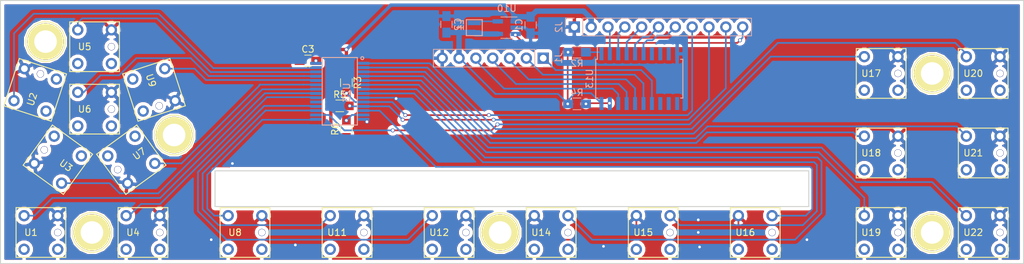
<source format=kicad_pcb>
(kicad_pcb (version 4) (host pcbnew 4.0.7+dfsg1-1)
  (layers (0 F.Cu signal) (31 B.Cu signal) (34 B.Paste user) (35 F.Paste user) (36 B.SilkS user) (37 F.SilkS user) (38 B.Mask user) (39 F.Mask user) (44 Edge.Cuts user))
  (net 0 "")
  (net 1 +5V)
  (net 2 GND)
  (net 3 +3V3)
  (net 4 "Net-(C3-Pad2)")
  (net 5 /CLK_3)
  (net 6 /DC_3)
  (net 7 /SS_3)
  (net 8 /RST_3)
  (net 9 /MOSI_3)
  (net 10 /OLED_CLK)
  (net 11 /OLED_DC)
  (net 12 /OLED_SS)
  (net 13 /OLEDRST)
  (net 14 /OLED_MOSI)
  (net 15 /GPIO_SCL)
  (net 16 /GPIO_SDA)
  (net 17 /GPIO_INT)
  (net 18 /3V3_EN)
  (net 19 "Net-(L1-Pad2)")
  (net 20 "Net-(R2-Pad2)")
  (net 21 "Net-(R4-Pad1)")
  (net 22 "Net-(R6-Pad2)")
  (net 23 "Net-(U1-Pad1)")
  (net 24 "Net-(U1-Pad3)")
  (net 25 /D0)
  (net 26 "Net-(U2-Pad1)")
  (net 27 "Net-(U2-Pad3)")
  (net 28 /STBY)
  (net 29 "Net-(U3-Pad1)")
  (net 30 "Net-(U3-Pad3)")
  (net 31 /OFF)
  (net 32 "Net-(U4-Pad1)")
  (net 33 "Net-(U4-Pad3)")
  (net 34 /D1)
  (net 35 "Net-(U5-Pad1)")
  (net 36 "Net-(U5-Pad3)")
  (net 37 /ON)
  (net 38 "Net-(U6-Pad1)")
  (net 39 "Net-(U6-Pad3)")
  (net 40 /IDNT)
  (net 41 "Net-(U7-Pad1)")
  (net 42 "Net-(U7-Pad3)")
  (net 43 /VFR)
  (net 44 "Net-(U8-Pad1)")
  (net 45 "Net-(U8-Pad3)")
  (net 46 /D2)
  (net 47 "Net-(U9-Pad1)")
  (net 48 "Net-(U9-Pad3)")
  (net 49 /ALT)
  (net 50 "Net-(U11-Pad1)")
  (net 51 "Net-(U11-Pad3)")
  (net 52 /D3)
  (net 53 "Net-(U12-Pad1)")
  (net 54 "Net-(U12-Pad3)")
  (net 55 /D4)
  (net 56 "Net-(U13-Pad7)")
  (net 57 "Net-(U13-Pad8)")
  (net 58 "Net-(U13-Pad9)")
  (net 59 "Net-(U13-Pad11)")
  (net 60 "Net-(U13-Pad12)")
  (net 61 "Net-(U13-Pad13)")
  (net 62 "Net-(U14-Pad1)")
  (net 63 "Net-(U14-Pad3)")
  (net 64 /D5)
  (net 65 "Net-(U15-Pad1)")
  (net 66 "Net-(U15-Pad3)")
  (net 67 /D6)
  (net 68 "Net-(U16-Pad1)")
  (net 69 "Net-(U16-Pad3)")
  (net 70 /D7)
  (net 71 "Net-(U17-Pad1)")
  (net 72 "Net-(U17-Pad3)")
  (net 73 /FUNC)
  (net 74 "Net-(U18-Pad1)")
  (net 75 "Net-(U18-Pad3)")
  (net 76 /CLR)
  (net 77 "Net-(U19-Pad1)")
  (net 78 "Net-(U19-Pad3)")
  (net 79 /D8)
  (net 80 "Net-(U20-Pad1)")
  (net 81 "Net-(U20-Pad3)")
  (net 82 /CRSR)
  (net 83 "Net-(U21-Pad1)")
  (net 84 "Net-(U21-Pad3)")
  (net 85 /ENT)
  (net 86 "Net-(U22-Pad1)")
  (net 87 "Net-(U22-Pad3)")
  (net 88 /D9)
  (net 89 "Net-(U23-Pad19)")
  (module Capacitors_SMD:C_0805_HandSoldering (layer B.Cu) (at 180 103.7 270)
    (fp_text reference C1 (at 0 1.75 270) (layer B.SilkS) (effects (justify mirror)))
    (fp_text value 10uF)
    (pad 1 smd rect (at -1.25 0 270) (size 1.5 1.25) (layers B.Cu B.Paste B.Mask) (net 1 +5V))
    (pad 2 smd rect (at 1.25 0 270) (size 1.5 1.25) (layers B.Cu B.Paste B.Mask) (net 2 GND))
  )
  (module Capacitors_SMD:C_0805_HandSoldering (layer B.Cu) (at 167.3 103.6 90)
    (fp_text reference C2 (at 0 1.75 90) (layer B.SilkS) (effects (justify mirror)))
    (fp_text value 22uF)
    (pad 1 smd rect (at -1.25 0 90) (size 1.5 1.25) (layers B.Cu B.Paste B.Mask) (net 3 +3V3))
    (pad 2 smd rect (at 1.25 0 90) (size 1.5 1.25) (layers B.Cu B.Paste B.Mask) (net 2 GND))
  )
  (module Capacitors_SMD:C_0805_HandSoldering (layer F.Cu) (at 146.4 109.1)
    (fp_text reference C3 (at 0 -1.75) (layer F.SilkS))
    (fp_text value 0.1uF)
    (pad 1 smd rect (at -1.25 0) (size 1.5 1.25) (layers F.Cu F.Paste F.Mask) (net 1 +5V))
    (pad 2 smd rect (at 1.25 0) (size 1.5 1.25) (layers F.Cu F.Paste F.Mask) (net 4 "Net-(C3-Pad2)"))
  )
  (module Pin_Headers:Pin_Header_Straight_1x07_Pitch2.54mm (layer B.Cu) (at 181.9 108.7 90)
    (fp_text reference J1 (at 0 2.33 90) (layer B.SilkS) (effects (justify mirror)))
    (fp_text value OLED)
    (pad 1 thru_hole rect (at 0 0 90) (size 1.7 1.7) (drill 1) (layers *.Cu *.Mask) (net 9 /MOSI_3))
    (pad 2 thru_hole oval (at 0 -2.54 90) (size 1.7 1.7) (drill 1) (layers *.Cu *.Mask) (net 8 /RST_3))
    (pad 3 thru_hole oval (at 0 -5.08 90) (size 1.7 1.7) (drill 1) (layers *.Cu *.Mask) (net 7 /SS_3))
    (pad 4 thru_hole oval (at 0 -7.62 90) (size 1.7 1.7) (drill 1) (layers *.Cu *.Mask) (net 6 /DC_3))
    (pad 5 thru_hole oval (at 0 -10.16 90) (size 1.7 1.7) (drill 1) (layers *.Cu *.Mask) (net 5 /CLK_3))
    (pad 6 thru_hole oval (at 0 -12.7 90) (size 1.7 1.7) (drill 1) (layers *.Cu *.Mask) (net 3 +3V3))
    (pad 7 thru_hole oval (at 0 -15.24 90) (size 1.7 1.7) (drill 1) (layers *.Cu *.Mask) (net 2 GND))
  )
  (module Pin_Headers:Pin_Header_Straight_1x11_Pitch2.54mm (layer B.Cu) (at 186.6 104 270)
    (fp_text reference J2 (at 0 2.33 270) (layer B.SilkS) (effects (justify mirror)))
    (fp_text value Arduino)
    (pad 1 thru_hole rect (at 0 0 270) (size 1.7 1.7) (drill 1) (layers *.Cu *.Mask) (net 2 GND))
    (pad 2 thru_hole oval (at 0 -2.54 270) (size 1.7 1.7) (drill 1) (layers *.Cu *.Mask) (net 1 +5V))
    (pad 3 thru_hole oval (at 0 -5.08 270) (size 1.7 1.7) (drill 1) (layers *.Cu *.Mask) (net 10 /OLED_CLK))
    (pad 4 thru_hole oval (at 0 -7.62 270) (size 1.7 1.7) (drill 1) (layers *.Cu *.Mask) (net 11 /OLED_DC))
    (pad 5 thru_hole oval (at 0 -10.16 270) (size 1.7 1.7) (drill 1) (layers *.Cu *.Mask) (net 12 /OLED_SS))
    (pad 6 thru_hole oval (at 0 -12.7 270) (size 1.7 1.7) (drill 1) (layers *.Cu *.Mask) (net 13 /OLEDRST))
    (pad 7 thru_hole oval (at 0 -15.24 270) (size 1.7 1.7) (drill 1) (layers *.Cu *.Mask) (net 14 /OLED_MOSI))
    (pad 8 thru_hole oval (at 0 -17.78 270) (size 1.7 1.7) (drill 1) (layers *.Cu *.Mask) (net 15 /GPIO_SCL))
    (pad 9 thru_hole oval (at 0 -20.32 270) (size 1.7 1.7) (drill 1) (layers *.Cu *.Mask) (net 16 /GPIO_SDA))
    (pad 10 thru_hole oval (at 0 -22.86 270) (size 1.7 1.7) (drill 1) (layers *.Cu *.Mask) (net 17 /GPIO_INT))
    (pad 11 thru_hole oval (at 0 -25.4 270) (size 1.7 1.7) (drill 1) (layers *.Cu *.Mask) (net 18 /3V3_EN))
  )
  (module Resistors_SMD:R_0805_HandSoldering (layer B.Cu) (at 187 107.8)
    (fp_text reference R2 (at 0 1.7) (layer B.SilkS) (effects (justify mirror)))
    (fp_text value 10k)
    (pad 1 smd rect (at -1.35 0) (size 1.5 1.3) (layers B.Cu B.Paste B.Mask) (net 3 +3V3))
    (pad 2 smd rect (at 1.35 0) (size 1.5 1.3) (layers B.Cu B.Paste B.Mask) (net 20 "Net-(R2-Pad2)"))
  )
  (module Resistors_SMD:R_0805_HandSoldering (layer F.Cu) (at 152.2 112.4 270)
    (fp_text reference R3 (at 0 -1.7 270) (layer F.SilkS))
    (fp_text value 4.7k)
    (pad 1 smd rect (at -1.35 0 270) (size 1.5 1.3) (layers F.Cu F.Paste F.Mask) (net 1 +5V))
    (pad 2 smd rect (at 1.35 0 270) (size 1.5 1.3) (layers F.Cu F.Paste F.Mask) (net 15 /GPIO_SCL))
  )
  (module Resistors_SMD:R_0805_HandSoldering (layer B.Cu) (at 187 115.6 180)
    (fp_text reference R4 (at 0 1.7 180) (layer B.SilkS) (effects (justify mirror)))
    (fp_text value 2.2k)
    (pad 1 smd rect (at -1.35 0 180) (size 1.5 1.3) (layers B.Cu B.Paste B.Mask) (net 21 "Net-(R4-Pad1)"))
    (pad 2 smd rect (at 1.35 0 180) (size 1.5 1.3) (layers B.Cu B.Paste B.Mask) (net 3 +3V3))
  )
  (module Resistors_SMD:R_0805_HandSoldering (layer F.Cu) (at 151.2 115.9)
    (fp_text reference R5 (at 0 -1.7) (layer F.SilkS))
    (fp_text value 4.7k)
    (pad 1 smd rect (at -1.35 0) (size 1.5 1.3) (layers F.Cu F.Paste F.Mask) (net 1 +5V))
    (pad 2 smd rect (at 1.35 0) (size 1.5 1.3) (layers F.Cu F.Paste F.Mask) (net 16 /GPIO_SDA))
  )
  (module Resistors_SMD:R_0805_HandSoldering (layer F.Cu) (at 152.2 119.4 90)
    (fp_text reference R6 (at 0 -1.7 90) (layer F.SilkS))
    (fp_text value 330)
    (pad 1 smd rect (at -1.35 0 90) (size 1.5 1.3) (layers F.Cu F.Paste F.Mask) (net 1 +5V))
    (pad 2 smd rect (at 1.35 0 90) (size 1.5 1.3) (layers F.Cu F.Paste F.Mask) (net 22 "Net-(R6-Pad2)"))
  )
  (module custom:Nidec_TR1_Button (layer F.Cu) (at 106.1 135.01)
    (fp_text reference U1 (at -1.5 0) (layer F.SilkS))
    (fp_text value D0)
    (pad 1 thru_hole circle (at 2.54 2.54) (size 1.7 1.7) (drill 1) (layers *.Cu *.Mask) (net 23 "Net-(U1-Pad1)"))
    (pad 2 thru_hole circle (at 2.54 -2.54) (size 1.7 1.7) (drill 1) (layers *.Cu *.Mask) (net 2 GND))
    (pad 3 thru_hole circle (at -2.54 2.54) (size 1.7 1.7) (drill 1) (layers *.Cu *.Mask) (net 24 "Net-(U1-Pad3)"))
    (pad 4 thru_hole circle (at -2.54 -2.54) (size 1.7 1.7) (drill 1) (layers *.Cu *.Mask) (net 25 /D0))
    (pad "" thru_hole circle (at 2.54 0) (size 1.1 1.1) (drill 1) (layers *.Cu *.Mask))
  )
  (module custom:Nidec_TR1_Button (layer F.Cu) (at 105.237 113.488 72)
    (fp_text reference U2 (at -1.5 0 72) (layer F.SilkS))
    (fp_text value STBY)
    (pad 1 thru_hole circle (at 2.54 2.54 72) (size 1.7 1.7) (drill 1) (layers *.Cu *.Mask) (net 26 "Net-(U2-Pad1)"))
    (pad 2 thru_hole circle (at 2.54 -2.54 72) (size 1.7 1.7) (drill 1) (layers *.Cu *.Mask) (net 2 GND))
    (pad 3 thru_hole circle (at -2.54 2.54 72) (size 1.7 1.7) (drill 1) (layers *.Cu *.Mask) (net 27 "Net-(U2-Pad3)"))
    (pad 4 thru_hole circle (at -2.54 -2.54 72) (size 1.7 1.7) (drill 1) (layers *.Cu *.Mask) (net 28 /STBY))
    (pad "" thru_hole circle (at 2.54 0 72) (size 1.1 1.1) (drill 1) (layers *.Cu *.Mask))
  )
  (module custom:Nidec_TR1_Button (layer F.Cu) (at 108.66 124.025 144)
    (fp_text reference U3 (at -1.5 0 144) (layer F.SilkS))
    (fp_text value OFF)
    (pad 1 thru_hole circle (at 2.54 2.54 144) (size 1.7 1.7) (drill 1) (layers *.Cu *.Mask) (net 29 "Net-(U3-Pad1)"))
    (pad 2 thru_hole circle (at 2.54 -2.54 144) (size 1.7 1.7) (drill 1) (layers *.Cu *.Mask) (net 2 GND))
    (pad 3 thru_hole circle (at -2.54 2.54 144) (size 1.7 1.7) (drill 1) (layers *.Cu *.Mask) (net 30 "Net-(U3-Pad3)"))
    (pad 4 thru_hole circle (at -2.54 -2.54 144) (size 1.7 1.7) (drill 1) (layers *.Cu *.Mask) (net 31 /OFF))
    (pad "" thru_hole circle (at 2.54 0 144) (size 1.1 1.1) (drill 1) (layers *.Cu *.Mask))
  )
  (module custom:Nidec_TR1_Button (layer F.Cu) (at 121.5 135.01)
    (fp_text reference U4 (at -1.5 0) (layer F.SilkS))
    (fp_text value D1)
    (pad 1 thru_hole circle (at 2.54 2.54) (size 1.7 1.7) (drill 1) (layers *.Cu *.Mask) (net 32 "Net-(U4-Pad1)"))
    (pad 2 thru_hole circle (at 2.54 -2.54) (size 1.7 1.7) (drill 1) (layers *.Cu *.Mask) (net 2 GND))
    (pad 3 thru_hole circle (at -2.54 2.54) (size 1.7 1.7) (drill 1) (layers *.Cu *.Mask) (net 33 "Net-(U4-Pad3)"))
    (pad 4 thru_hole circle (at -2.54 -2.54) (size 1.7 1.7) (drill 1) (layers *.Cu *.Mask) (net 34 /D1))
    (pad "" thru_hole circle (at 2.54 0) (size 1.1 1.1) (drill 1) (layers *.Cu *.Mask))
  )
  (module custom:Nidec_TR1_Button (layer F.Cu) (at 114.2 106.975)
    (fp_text reference U5 (at -1.5 0) (layer F.SilkS))
    (fp_text value ON)
    (pad 1 thru_hole circle (at 2.54 2.54) (size 1.7 1.7) (drill 1) (layers *.Cu *.Mask) (net 35 "Net-(U5-Pad1)"))
    (pad 2 thru_hole circle (at 2.54 -2.54) (size 1.7 1.7) (drill 1) (layers *.Cu *.Mask) (net 2 GND))
    (pad 3 thru_hole circle (at -2.54 2.54) (size 1.7 1.7) (drill 1) (layers *.Cu *.Mask) (net 36 "Net-(U5-Pad3)"))
    (pad 4 thru_hole circle (at -2.54 -2.54) (size 1.7 1.7) (drill 1) (layers *.Cu *.Mask) (net 37 /ON))
    (pad "" thru_hole circle (at 2.54 0) (size 1.1 1.1) (drill 1) (layers *.Cu *.Mask))
  )
  (module custom:Nidec_TR1_Button (layer F.Cu) (at 114.2 116.4)
    (fp_text reference U6 (at -1.5 0) (layer F.SilkS))
    (fp_text value IDNT)
    (pad 1 thru_hole circle (at 2.54 2.54) (size 1.7 1.7) (drill 1) (layers *.Cu *.Mask) (net 38 "Net-(U6-Pad1)"))
    (pad 2 thru_hole circle (at 2.54 -2.54) (size 1.7 1.7) (drill 1) (layers *.Cu *.Mask) (net 2 GND))
    (pad 3 thru_hole circle (at -2.54 2.54) (size 1.7 1.7) (drill 1) (layers *.Cu *.Mask) (net 39 "Net-(U6-Pad3)"))
    (pad 4 thru_hole circle (at -2.54 -2.54) (size 1.7 1.7) (drill 1) (layers *.Cu *.Mask) (net 40 /IDNT))
    (pad "" thru_hole circle (at 2.54 0) (size 1.1 1.1) (drill 1) (layers *.Cu *.Mask))
  )
  (module custom:Nidec_TR1_Button (layer F.Cu) (at 119.74 124.025 216)
    (fp_text reference U7 (at -1.5 0 216) (layer F.SilkS))
    (fp_text value VFR)
    (pad 1 thru_hole circle (at 2.54 2.54 216) (size 1.7 1.7) (drill 1) (layers *.Cu *.Mask) (net 41 "Net-(U7-Pad1)"))
    (pad 2 thru_hole circle (at 2.54 -2.54 216) (size 1.7 1.7) (drill 1) (layers *.Cu *.Mask) (net 2 GND))
    (pad 3 thru_hole circle (at -2.54 2.54 216) (size 1.7 1.7) (drill 1) (layers *.Cu *.Mask) (net 42 "Net-(U7-Pad3)"))
    (pad 4 thru_hole circle (at -2.54 -2.54 216) (size 1.7 1.7) (drill 1) (layers *.Cu *.Mask) (net 43 /VFR))
    (pad "" thru_hole circle (at 2.54 0 216) (size 1.1 1.1) (drill 1) (layers *.Cu *.Mask))
  )
  (module custom:Nidec_TR1_Button (layer F.Cu) (at 136.9 135.01)
    (fp_text reference U8 (at -1.5 0) (layer F.SilkS))
    (fp_text value D2)
    (pad 1 thru_hole circle (at 2.54 2.54) (size 1.7 1.7) (drill 1) (layers *.Cu *.Mask) (net 44 "Net-(U8-Pad1)"))
    (pad 2 thru_hole circle (at 2.54 -2.54) (size 1.7 1.7) (drill 1) (layers *.Cu *.Mask) (net 2 GND))
    (pad 3 thru_hole circle (at -2.54 2.54) (size 1.7 1.7) (drill 1) (layers *.Cu *.Mask) (net 45 "Net-(U8-Pad3)"))
    (pad 4 thru_hole circle (at -2.54 -2.54) (size 1.7 1.7) (drill 1) (layers *.Cu *.Mask) (net 46 /D2))
    (pad "" thru_hole circle (at 2.54 0) (size 1.1 1.1) (drill 1) (layers *.Cu *.Mask))
  )
  (module custom:Nidec_TR1_Button (layer F.Cu) (at 123.163 113.488 288)
    (fp_text reference U9 (at -1.5 0 288) (layer F.SilkS))
    (fp_text value ALT)
    (pad 1 thru_hole circle (at 2.54 2.54 288) (size 1.7 1.7) (drill 1) (layers *.Cu *.Mask) (net 47 "Net-(U9-Pad1)"))
    (pad 2 thru_hole circle (at 2.54 -2.54 288) (size 1.7 1.7) (drill 1) (layers *.Cu *.Mask) (net 2 GND))
    (pad 3 thru_hole circle (at -2.54 2.54 288) (size 1.7 1.7) (drill 1) (layers *.Cu *.Mask) (net 48 "Net-(U9-Pad3)"))
    (pad 4 thru_hole circle (at -2.54 -2.54 288) (size 1.7 1.7) (drill 1) (layers *.Cu *.Mask) (net 49 /ALT))
    (pad "" thru_hole circle (at 2.54 0 288) (size 1.1 1.1) (drill 1) (layers *.Cu *.Mask))
  )
  (module TO_SOT_Packages_SMD:SOT-23-5_HandSoldering (layer B.Cu) (at 176.4 104.1 180)
    (fp_text reference U10 (at 0 2.9 180) (layer B.SilkS) (effects (justify mirror)))
    (fp_text value LM3671)
    (pad 1 smd rect (at -1.35 0.95 180) (size 1.56 0.65) (layers B.Cu B.Paste B.Mask) (net 1 +5V))
    (pad 2 smd rect (at -1.35 0 180) (size 1.56 0.65) (layers B.Cu B.Paste B.Mask) (net 2 GND))
    (pad 3 smd rect (at -1.35 -0.95 180) (size 1.56 0.65) (layers B.Cu B.Paste B.Mask) (net 18 /3V3_EN))
    (pad 4 smd rect (at 1.35 -0.95 180) (size 1.56 0.65) (layers B.Cu B.Paste B.Mask) (net 3 +3V3))
    (pad 5 smd rect (at 1.35 0.95 180) (size 1.56 0.65) (layers B.Cu B.Paste B.Mask) (net 19 "Net-(L1-Pad2)"))
  )
  (module custom:Nidec_TR1_Button (layer F.Cu) (at 152.3 135.01)
    (fp_text reference U11 (at -1.5 0) (layer F.SilkS))
    (fp_text value D3)
    (pad 1 thru_hole circle (at 2.54 2.54) (size 1.7 1.7) (drill 1) (layers *.Cu *.Mask) (net 50 "Net-(U11-Pad1)"))
    (pad 2 thru_hole circle (at 2.54 -2.54) (size 1.7 1.7) (drill 1) (layers *.Cu *.Mask) (net 2 GND))
    (pad 3 thru_hole circle (at -2.54 2.54) (size 1.7 1.7) (drill 1) (layers *.Cu *.Mask) (net 51 "Net-(U11-Pad3)"))
    (pad 4 thru_hole circle (at -2.54 -2.54) (size 1.7 1.7) (drill 1) (layers *.Cu *.Mask) (net 52 /D3))
    (pad "" thru_hole circle (at 2.54 0) (size 1.1 1.1) (drill 1) (layers *.Cu *.Mask))
  )
  (module custom:Nidec_TR1_Button (layer F.Cu) (at 167.7 135.01)
    (fp_text reference U12 (at -1.5 0) (layer F.SilkS))
    (fp_text value D4)
    (pad 1 thru_hole circle (at 2.54 2.54) (size 1.7 1.7) (drill 1) (layers *.Cu *.Mask) (net 53 "Net-(U12-Pad1)"))
    (pad 2 thru_hole circle (at 2.54 -2.54) (size 1.7 1.7) (drill 1) (layers *.Cu *.Mask) (net 2 GND))
    (pad 3 thru_hole circle (at -2.54 2.54) (size 1.7 1.7) (drill 1) (layers *.Cu *.Mask) (net 54 "Net-(U12-Pad3)"))
    (pad 4 thru_hole circle (at -2.54 -2.54) (size 1.7 1.7) (drill 1) (layers *.Cu *.Mask) (net 55 /D4))
    (pad "" thru_hole circle (at 2.54 0) (size 1.1 1.1) (drill 1) (layers *.Cu *.Mask))
  )
  (module custom:SOIC-20W_5.3x12.8mm_Pitch1.27mm (layer B.Cu) (at 196.4 111.8 270)
    (fp_text reference U13 (at 0 7.5 270) (layer B.SilkS) (effects (justify mirror)))
    (fp_text value SN74LVC245A)
    (pad 1 smd rect (at -3.75 5.715 270) (size 1.95 0.6) (layers B.Cu B.Paste B.Mask) (net 20 "Net-(R2-Pad2)"))
    (pad 2 smd rect (at -3.75 4.445 270) (size 1.95 0.6) (layers B.Cu B.Paste B.Mask) (net 10 /OLED_CLK))
    (pad 3 smd rect (at -3.75 3.175 270) (size 1.95 0.6) (layers B.Cu B.Paste B.Mask) (net 11 /OLED_DC))
    (pad 4 smd rect (at -3.75 1.905 270) (size 1.95 0.6) (layers B.Cu B.Paste B.Mask) (net 12 /OLED_SS))
    (pad 5 smd rect (at -3.75 0.635 270) (size 1.95 0.6) (layers B.Cu B.Paste B.Mask) (net 13 /OLEDRST))
    (pad 6 smd rect (at -3.75 -0.635 270) (size 1.95 0.6) (layers B.Cu B.Paste B.Mask) (net 14 /OLED_MOSI))
    (pad 7 smd rect (at -3.75 -1.905 270) (size 1.95 0.6) (layers B.Cu B.Paste B.Mask) (net 56 "Net-(U13-Pad7)"))
    (pad 8 smd rect (at -3.75 -3.175 270) (size 1.95 0.6) (layers B.Cu B.Paste B.Mask) (net 57 "Net-(U13-Pad8)"))
    (pad 9 smd rect (at -3.75 -4.445 270) (size 1.95 0.6) (layers B.Cu B.Paste B.Mask) (net 58 "Net-(U13-Pad9)"))
    (pad 10 smd rect (at -3.75 -5.715 270) (size 1.95 0.6) (layers B.Cu B.Paste B.Mask) (net 2 GND))
    (pad 11 smd rect (at 3.75 -5.715 270) (size 1.95 0.6) (layers B.Cu B.Paste B.Mask) (net 59 "Net-(U13-Pad11)"))
    (pad 12 smd rect (at 3.75 -4.445 270) (size 1.95 0.6) (layers B.Cu B.Paste B.Mask) (net 60 "Net-(U13-Pad12)"))
    (pad 13 smd rect (at 3.75 -3.175 270) (size 1.95 0.6) (layers B.Cu B.Paste B.Mask) (net 61 "Net-(U13-Pad13)"))
    (pad 14 smd rect (at 3.75 -1.905 270) (size 1.95 0.6) (layers B.Cu B.Paste B.Mask) (net 9 /MOSI_3))
    (pad 15 smd rect (at 3.75 -0.635 270) (size 1.95 0.6) (layers B.Cu B.Paste B.Mask) (net 8 /RST_3))
    (pad 16 smd rect (at 3.75 0.635 270) (size 1.95 0.6) (layers B.Cu B.Paste B.Mask) (net 7 /SS_3))
    (pad 17 smd rect (at 3.75 1.905 270) (size 1.95 0.6) (layers B.Cu B.Paste B.Mask) (net 6 /DC_3))
    (pad 18 smd rect (at 3.75 3.175 270) (size 1.95 0.6) (layers B.Cu B.Paste B.Mask) (net 5 /CLK_3))
    (pad 19 smd rect (at 3.75 4.445 270) (size 1.95 0.6) (layers B.Cu B.Paste B.Mask) (net 21 "Net-(R4-Pad1)"))
    (pad 20 smd rect (at 3.75 5.715 270) (size 1.95 0.6) (layers B.Cu B.Paste B.Mask) (net 3 +3V3))
  )
  (module custom:Nidec_TR1_Button (layer F.Cu) (at 183.1 135.01)
    (fp_text reference U14 (at -1.5 0) (layer F.SilkS))
    (fp_text value D5)
    (pad 1 thru_hole circle (at 2.54 2.54) (size 1.7 1.7) (drill 1) (layers *.Cu *.Mask) (net 62 "Net-(U14-Pad1)"))
    (pad 2 thru_hole circle (at 2.54 -2.54) (size 1.7 1.7) (drill 1) (layers *.Cu *.Mask) (net 64 /D5))
    (pad 3 thru_hole circle (at -2.54 2.54) (size 1.7 1.7) (drill 1) (layers *.Cu *.Mask) (net 63 "Net-(U14-Pad3)"))
    (pad 4 thru_hole circle (at -2.54 -2.54) (size 1.7 1.7) (drill 1) (layers *.Cu *.Mask) (net 2 GND))
    (pad "" thru_hole circle (at 2.54 0) (size 1.1 1.1) (drill 1) (layers *.Cu *.Mask))
  )
  (module custom:Nidec_TR1_Button (layer F.Cu) (at 198.5 135.01)
    (fp_text reference U15 (at -1.5 0) (layer F.SilkS))
    (fp_text value D6)
    (pad 1 thru_hole circle (at 2.54 2.54) (size 1.7 1.7) (drill 1) (layers *.Cu *.Mask) (net 65 "Net-(U15-Pad1)"))
    (pad 2 thru_hole circle (at 2.54 -2.54) (size 1.7 1.7) (drill 1) (layers *.Cu *.Mask) (net 67 /D6))
    (pad 3 thru_hole circle (at -2.54 2.54) (size 1.7 1.7) (drill 1) (layers *.Cu *.Mask) (net 66 "Net-(U15-Pad3)"))
    (pad 4 thru_hole circle (at -2.54 -2.54) (size 1.7 1.7) (drill 1) (layers *.Cu *.Mask) (net 2 GND))
    (pad "" thru_hole circle (at 2.54 0) (size 1.1 1.1) (drill 1) (layers *.Cu *.Mask))
  )
  (module custom:Nidec_TR1_Button (layer F.Cu) (at 213.9 135.01)
    (fp_text reference U16 (at -1.5 0) (layer F.SilkS))
    (fp_text value D7)
    (pad 1 thru_hole circle (at 2.54 2.54) (size 1.7 1.7) (drill 1) (layers *.Cu *.Mask) (net 68 "Net-(U16-Pad1)"))
    (pad 2 thru_hole circle (at 2.54 -2.54) (size 1.7 1.7) (drill 1) (layers *.Cu *.Mask) (net 70 /D7))
    (pad 3 thru_hole circle (at -2.54 2.54) (size 1.7 1.7) (drill 1) (layers *.Cu *.Mask) (net 69 "Net-(U16-Pad3)"))
    (pad 4 thru_hole circle (at -2.54 -2.54) (size 1.7 1.7) (drill 1) (layers *.Cu *.Mask) (net 2 GND))
    (pad "" thru_hole circle (at 2.54 0) (size 1.1 1.1) (drill 1) (layers *.Cu *.Mask))
  )
  (module custom:Nidec_TR1_Button (layer F.Cu) (at 232.9 111.01)
    (fp_text reference U17 (at -1.5 0) (layer F.SilkS))
    (fp_text value FUNC)
    (pad 1 thru_hole circle (at 2.54 2.54) (size 1.7 1.7) (drill 1) (layers *.Cu *.Mask) (net 71 "Net-(U17-Pad1)"))
    (pad 2 thru_hole circle (at 2.54 -2.54) (size 1.7 1.7) (drill 1) (layers *.Cu *.Mask) (net 2 GND))
    (pad 3 thru_hole circle (at -2.54 2.54) (size 1.7 1.7) (drill 1) (layers *.Cu *.Mask) (net 72 "Net-(U17-Pad3)"))
    (pad 4 thru_hole circle (at -2.54 -2.54) (size 1.7 1.7) (drill 1) (layers *.Cu *.Mask) (net 73 /FUNC))
    (pad "" thru_hole circle (at 2.54 0) (size 1.1 1.1) (drill 1) (layers *.Cu *.Mask))
  )
  (module custom:Nidec_TR1_Button (layer F.Cu) (at 232.9 123.01)
    (fp_text reference U18 (at -1.5 0) (layer F.SilkS))
    (fp_text value CLR)
    (pad 1 thru_hole circle (at 2.54 2.54) (size 1.7 1.7) (drill 1) (layers *.Cu *.Mask) (net 74 "Net-(U18-Pad1)"))
    (pad 2 thru_hole circle (at 2.54 -2.54) (size 1.7 1.7) (drill 1) (layers *.Cu *.Mask) (net 2 GND))
    (pad 3 thru_hole circle (at -2.54 2.54) (size 1.7 1.7) (drill 1) (layers *.Cu *.Mask) (net 75 "Net-(U18-Pad3)"))
    (pad 4 thru_hole circle (at -2.54 -2.54) (size 1.7 1.7) (drill 1) (layers *.Cu *.Mask) (net 76 /CLR))
    (pad "" thru_hole circle (at 2.54 0) (size 1.1 1.1) (drill 1) (layers *.Cu *.Mask))
  )
  (module custom:Nidec_TR1_Button (layer F.Cu) (at 232.9 135.01)
    (fp_text reference U19 (at -1.5 0) (layer F.SilkS))
    (fp_text value D8)
    (pad 1 thru_hole circle (at 2.54 2.54) (size 1.7 1.7) (drill 1) (layers *.Cu *.Mask) (net 77 "Net-(U19-Pad1)"))
    (pad 2 thru_hole circle (at 2.54 -2.54) (size 1.7 1.7) (drill 1) (layers *.Cu *.Mask) (net 2 GND))
    (pad 3 thru_hole circle (at -2.54 2.54) (size 1.7 1.7) (drill 1) (layers *.Cu *.Mask) (net 78 "Net-(U19-Pad3)"))
    (pad 4 thru_hole circle (at -2.54 -2.54) (size 1.7 1.7) (drill 1) (layers *.Cu *.Mask) (net 79 /D8))
    (pad "" thru_hole circle (at 2.54 0) (size 1.1 1.1) (drill 1) (layers *.Cu *.Mask))
  )
  (module custom:Nidec_TR1_Button (layer F.Cu) (at 248.3 111.01)
    (fp_text reference U20 (at -1.5 0) (layer F.SilkS))
    (fp_text value CRSR)
    (pad 1 thru_hole circle (at 2.54 2.54) (size 1.7 1.7) (drill 1) (layers *.Cu *.Mask) (net 80 "Net-(U20-Pad1)"))
    (pad 2 thru_hole circle (at 2.54 -2.54) (size 1.7 1.7) (drill 1) (layers *.Cu *.Mask) (net 2 GND))
    (pad 3 thru_hole circle (at -2.54 2.54) (size 1.7 1.7) (drill 1) (layers *.Cu *.Mask) (net 81 "Net-(U20-Pad3)"))
    (pad 4 thru_hole circle (at -2.54 -2.54) (size 1.7 1.7) (drill 1) (layers *.Cu *.Mask) (net 82 /CRSR))
    (pad "" thru_hole circle (at 2.54 0) (size 1.1 1.1) (drill 1) (layers *.Cu *.Mask))
  )
  (module custom:Nidec_TR1_Button (layer F.Cu) (at 248.3 123.01)
    (fp_text reference U21 (at -1.5 0) (layer F.SilkS))
    (fp_text value ENT)
    (pad 1 thru_hole circle (at 2.54 2.54) (size 1.7 1.7) (drill 1) (layers *.Cu *.Mask) (net 83 "Net-(U21-Pad1)"))
    (pad 2 thru_hole circle (at 2.54 -2.54) (size 1.7 1.7) (drill 1) (layers *.Cu *.Mask) (net 2 GND))
    (pad 3 thru_hole circle (at -2.54 2.54) (size 1.7 1.7) (drill 1) (layers *.Cu *.Mask) (net 84 "Net-(U21-Pad3)"))
    (pad 4 thru_hole circle (at -2.54 -2.54) (size 1.7 1.7) (drill 1) (layers *.Cu *.Mask) (net 85 /ENT))
    (pad "" thru_hole circle (at 2.54 0) (size 1.1 1.1) (drill 1) (layers *.Cu *.Mask))
  )
  (module custom:Nidec_TR1_Button (layer F.Cu) (at 248.3 135.01)
    (fp_text reference U22 (at -1.5 0) (layer F.SilkS))
    (fp_text value D9)
    (pad 1 thru_hole circle (at 2.54 2.54) (size 1.7 1.7) (drill 1) (layers *.Cu *.Mask) (net 86 "Net-(U22-Pad1)"))
    (pad 2 thru_hole circle (at 2.54 -2.54) (size 1.7 1.7) (drill 1) (layers *.Cu *.Mask) (net 2 GND))
    (pad 3 thru_hole circle (at -2.54 2.54) (size 1.7 1.7) (drill 1) (layers *.Cu *.Mask) (net 87 "Net-(U22-Pad3)"))
    (pad 4 thru_hole circle (at -2.54 -2.54) (size 1.7 1.7) (drill 1) (layers *.Cu *.Mask) (net 88 /D9))
    (pad "" thru_hole circle (at 2.54 0) (size 1.1 1.1) (drill 1) (layers *.Cu *.Mask))
  )
  (module custom:28_SSOP (layer B.Cu) (at 151.2 113.7 270)
    (fp_text reference U23 (at 0.2 -1.05 270) (layer B.SilkS) (effects (justify mirror)))
    (fp_text value CY8C9520A-24PVXI)
    (pad 28 smd rect (at -4.225 3.6 270) (size 0.45 1.75) (layers B.Cu B.Paste B.Mask) (net 4 "Net-(C3-Pad2)"))
    (pad 27 smd rect (at -3.575 3.6 270) (size 0.45 1.75) (layers B.Cu B.Paste B.Mask) (net 28 /STBY))
    (pad 26 smd rect (at -2.925 3.6 270) (size 0.45 1.75) (layers B.Cu B.Paste B.Mask) (net 37 /ON))
    (pad 25 smd rect (at -2.275 3.6 270) (size 0.45 1.75) (layers B.Cu B.Paste B.Mask) (net 40 /IDNT))
    (pad 24 smd rect (at -1.625 3.6 270) (size 0.45 1.75) (layers B.Cu B.Paste B.Mask) (net 49 /ALT))
    (pad 23 smd rect (at -0.975 3.6 270) (size 0.45 1.75) (layers B.Cu B.Paste B.Mask) (net 43 /VFR))
    (pad 22 smd rect (at -0.325 3.6 270) (size 0.45 1.75) (layers B.Cu B.Paste B.Mask) (net 31 /OFF))
    (pad 21 smd rect (at 0.325 3.6 270) (size 0.45 1.75) (layers B.Cu B.Paste B.Mask) (net 25 /D0))
    (pad 20 smd rect (at 0.975 3.6 270) (size 0.45 1.75) (layers B.Cu B.Paste B.Mask) (net 34 /D1))
    (pad 19 smd rect (at 1.625 3.6 270) (size 0.45 1.75) (layers B.Cu B.Paste B.Mask) (net 89 "Net-(U23-Pad19)"))
    (pad 18 smd rect (at 2.275 3.6 270) (size 0.45 1.75) (layers B.Cu B.Paste B.Mask) (net 55 /D4))
    (pad 17 smd rect (at 2.925 3.6 270) (size 0.45 1.75) (layers B.Cu B.Paste B.Mask) (net 52 /D3))
    (pad 16 smd rect (at 3.575 3.6 270) (size 0.45 1.75) (layers B.Cu B.Paste B.Mask) (net 17 /GPIO_INT))
    (pad 15 smd rect (at 4.225 3.6 270) (size 0.45 1.75) (layers B.Cu B.Paste B.Mask) (net 46 /D2))
    (pad 14 smd rect (at 4.225 -3.6 270) (size 0.45 1.75) (layers B.Cu B.Paste B.Mask) (net 2 GND))
    (pad 13 smd rect (at 3.575 -3.6 270) (size 0.45 1.75) (layers B.Cu B.Paste B.Mask) (net 22 "Net-(R6-Pad2)"))
    (pad 12 smd rect (at 2.925 -3.6 270) (size 0.45 1.75) (layers B.Cu B.Paste B.Mask) (net 70 /D7))
    (pad 11 smd rect (at 2.275 -3.6 270) (size 0.45 1.75) (layers B.Cu B.Paste B.Mask) (net 16 /GPIO_SDA))
    (pad 10 smd rect (at 1.625 -3.6 270) (size 0.45 1.75) (layers B.Cu B.Paste B.Mask) (net 15 /GPIO_SCL))
    (pad 9 smd rect (at 0.975 -3.6 270) (size 0.45 1.75) (layers B.Cu B.Paste B.Mask) (net 2 GND))
    (pad 8 smd rect (at 0.325 -3.6 270) (size 0.45 1.75) (layers B.Cu B.Paste B.Mask) (net 67 /D6))
    (pad 7 smd rect (at -0.325 -3.6 270) (size 0.45 1.75) (layers B.Cu B.Paste B.Mask) (net 64 /D5))
    (pad 6 smd rect (at -0.975 -3.6 270) (size 0.45 1.75) (layers B.Cu B.Paste B.Mask) (net 79 /D8))
    (pad 5 smd rect (at -1.625 -3.6 270) (size 0.45 1.75) (layers B.Cu B.Paste B.Mask) (net 88 /D9))
    (pad 4 smd rect (at -2.275 -3.6 270) (size 0.45 1.75) (layers B.Cu B.Paste B.Mask) (net 76 /CLR))
    (pad 3 smd rect (at -2.925 -3.6 270) (size 0.45 1.75) (layers B.Cu B.Paste B.Mask) (net 85 /ENT))
    (pad 2 smd rect (at -3.575 -3.6 270) (size 0.45 1.75) (layers B.Cu B.Paste B.Mask) (net 73 /FUNC))
    (pad 1 smd rect (at -4.225 -3.6 270) (size 0.45 1.75) (layers B.Cu B.Paste B.Mask) (net 82 /CRSR))
  )
  (module custom:Inductor_NRH2412 (layer B.Cu) (at 171.5 104.1 90)
    (fp_text reference L1 (at 0.4 -2.1 90) (layer B.SilkS) (effects (justify mirror)))
    (fp_text value 2.2uH)
    (pad 2 smd rect (at 0.725 0 90) (size 0.7 2) (layers B.Cu B.Paste B.Mask) (net 19 "Net-(L1-Pad2)"))
    (pad 1 smd rect (at -0.725 0 90) (size 0.7 2) (layers B.Cu B.Paste B.Mask) (net 3 +3V3))
  )
  (module custom:SCREW_M3 (layer F.Cu) (at 240.6 111.01)
    (fp_text reference Ref** hide)
    (fp_text value Val** hide)
    (pad "" thru_hole circle (at 0 0) (size 5.5 5.5) (drill 3.4) (layers *.Cu *.Mask F.SilkS))
  )
  (module custom:SCREW_M3 (layer F.Cu) (at 240.6 135.01)
    (fp_text reference Ref** hide)
    (fp_text value Val** hide)
    (pad "" thru_hole circle (at 0 0) (size 5.5 5.5) (drill 3.4) (layers *.Cu *.Mask F.SilkS))
  )
  (module custom:SCREW_M3 (layer F.Cu) (at 175.4 135.01)
    (fp_text reference Ref** hide)
    (fp_text value Val** hide)
    (pad "" thru_hole circle (at 0 0) (size 5.5 5.5) (drill 3.4) (layers *.Cu *.Mask F.SilkS))
  )
  (module custom:SCREW_M3 (layer F.Cu) (at 113.8 135.01)
    (fp_text reference Ref** hide)
    (fp_text value Val** hide)
    (pad "" thru_hole circle (at 0 0) (size 5.5 5.5) (drill 3.4) (layers *.Cu *.Mask F.SilkS))
  )
  (module custom:SCREW_M3 (layer F.Cu) (at 126.2 120.3)
    (fp_text reference Ref** hide)
    (fp_text value Val** hide)
    (pad "" thru_hole circle (at 0 0) (size 5.5 5.5) (drill 3.4) (layers *.Cu *.Mask F.SilkS))
  )
  (module custom:SCREW_M3 (layer F.Cu) (at 106.8 106.2)
    (fp_text reference Ref** hide)
    (fp_text value Val** hide)
    (pad "" thru_hole circle (at 0 0) (size 5.5 5.5) (drill 3.4) (layers *.Cu *.Mask F.SilkS))
  )
  (gr_line (start 221.975 131.1) (end 132.375 131.1) (angle 90) (layer Edge.Cuts) (width 0.15))
  (gr_line (start 132.375 125.7) (end 221.975 125.7) (angle 90) (layer Edge.Cuts) (width 0.15))
  (gr_line (start 221.975 125.7) (end 221.975 131.1) (angle 90) (layer Edge.Cuts) (width 0.15))
  (gr_line (start 132.375 125.7) (end 132.375 131.1) (angle 90) (layer Edge.Cuts) (width 0.15))
  (gr_line (start 254.4 139.71) (end 100 139.71) (angle 90) (layer Edge.Cuts) (width 0.15))
  (gr_line (start 254.4 100) (end 254.4 139.71) (angle 90) (layer Edge.Cuts) (width 0.15))
  (gr_line (start 100 100) (end 254.35 100) (angle 90) (layer Edge.Cuts) (width 0.15))
  (gr_line (start 100 100) (end 100 139.71) (angle 90) (layer Edge.Cuts) (width 0.15))
  (segment (start 177.75 103.15) (end 177.3 102.7) (width 0.508) (layer B.Cu) (net 1))
  (segment (start 177.3 102.7) (end 177.3 101.9) (width 0.508) (layer B.Cu) (net 1))
  (segment (start 177.3 101.9) (end 177.3 102.1) (width 0.508) (layer B.Cu) (net 1))
  (segment (start 177.3 102.1) (end 177.3 101.9) (width 0.508) (layer B.Cu) (net 1))
  (segment (start 177.75 103.15) (end 178.45 102.45) (width 0.508) (layer B.Cu) (net 1))
  (segment (start 178.45 102.45) (end 178.35 102.45) (width 0.508) (layer B.Cu) (net 1))
  (segment (start 178.2 102.6) (end 178.2 102.45) (width 0.508) (layer B.Cu) (net 1))
  (segment (start 178.35 102.45) (end 178.2 102.6) (width 0.508) (layer B.Cu) (net 1))
  (segment (start 177.7 102.3) (end 178.3 102.3) (width 0.508) (layer B.Cu) (net 1))
  (segment (start 178.3 102.3) (end 178.45 102.45) (width 0.508) (layer B.Cu) (net 1))
  (segment (start 177.75 103.15) (end 177.75 102.35) (width 0.508) (layer B.Cu) (net 1))
  (segment (start 177.7 102.5) (end 177.7 102.3) (width 0.508) (layer B.Cu) (net 1))
  (segment (start 177.7 102.4) (end 177.7 102.5) (width 0.508) (layer B.Cu) (net 1))
  (segment (start 177.75 102.35) (end 177.7 102.4) (width 0.508) (layer B.Cu) (net 1))
  (segment (start 149.85 115.9) (end 149.85 119.85) (width 0.508) (layer F.Cu) (net 1))
  (segment (start 150.7 120.7) (end 152.15 120.7) (width 0.508) (layer F.Cu) (net 1))
  (segment (start 149.85 119.85) (end 150.7 120.7) (width 0.508) (layer F.Cu) (net 1))
  (segment (start 152.15 120.7) (end 152.2 120.75) (width 0.508) (layer F.Cu) (net 1))
  (segment (start 152.2 107.4) (end 145.8 107.4) (width 0.508) (layer F.Cu) (net 1))
  (segment (start 145.15 108.05) (end 145.15 109.1) (width 0.508) (layer F.Cu) (net 1))
  (segment (start 145.8 107.4) (end 145.15 108.05) (width 0.508) (layer F.Cu) (net 1))
  (segment (start 152.2 111.05) (end 151.35 111.05) (width 0.508) (layer F.Cu) (net 1))
  (segment (start 149.85 112.55) (end 149.85 115.9) (width 0.508) (layer F.Cu) (net 1))
  (segment (start 151.35 111.05) (end 149.85 112.55) (width 0.508) (layer F.Cu) (net 1))
  (segment (start 177.7 102.3) (end 177.3 101.9) (width 0.508) (layer B.Cu) (net 1))
  (segment (start 177.3 101.9) (end 177.1 101.7) (width 0.508) (layer B.Cu) (net 1))
  (segment (start 177.1 101.7) (end 176.3 100.9) (width 0.508) (layer B.Cu) (net 1))
  (segment (start 176.3 100.9) (end 176.1 100.7) (width 0.508) (layer B.Cu) (net 1))
  (segment (start 176.1 100.7) (end 158.9 100.7) (width 0.508) (layer B.Cu) (net 1))
  (segment (start 158.9 100.7) (end 152.2 107.4) (width 0.508) (layer B.Cu) (net 1))
  (via (at 152.2 107.4) (size 0.6) (drill 0.4) (layers F.Cu B.Cu) (net 1))
  (segment (start 152.2 107.4) (end 152.2 111.05) (width 0.508) (layer F.Cu) (net 1))
  (segment (start 189.14 104) (end 189.14 102.74) (width 0.8128) (layer B.Cu) (net 1))
  (segment (start 180.85 101.6) (end 180 102.45) (width 0.8128) (layer B.Cu) (net 1))
  (segment (start 188 101.6) (end 180.85 101.6) (width 0.8128) (layer B.Cu) (net 1))
  (segment (start 189.14 102.74) (end 188 101.6) (width 0.8128) (layer B.Cu) (net 1))
  (segment (start 180 102.45) (end 178.2 102.45) (width 0.8128) (layer B.Cu) (net 1))
  (segment (start 178.2 102.45) (end 178.45 102.45) (width 0.8128) (layer B.Cu) (net 1))
  (segment (start 180.15 102.6) (end 180 102.45) (width 0.8128) (layer B.Cu) (net 1))
  (segment (start 131.05 125.05) (end 134.55 125.05) (width 0.25) (layer F.Cu) (net 2))
  (via (at 135 124.6) (size 0.6) (drill 0.4) (layers F.Cu B.Cu) (net 2))
  (segment (start 134.55 125.05) (end 135 124.6) (width 0.25) (layer F.Cu) (net 2))
  (segment (start 205.3 133.1) (end 205.3 135) (width 0.25) (layer F.Cu) (net 2))
  (segment (start 205.4 135.1) (end 205.3 135) (width 0.25) (layer F.Cu) (net 2))
  (via (at 205.3 135) (size 0.6) (drill 0.4) (layers F.Cu B.Cu) (net 2))
  (segment (start 205.4 135.1) (end 205.4 136.1) (width 0.25) (layer F.Cu) (net 2))
  (via (at 205.3 133.1) (size 0.6) (drill 0.4) (layers F.Cu B.Cu) (net 2))
  (segment (start 205.4 136.1) (end 205.4 137.1) (width 0.25) (layer F.Cu) (net 2))
  (via (at 205.5 137.2) (size 0.6) (drill 0.4) (layers F.Cu B.Cu) (net 2))
  (segment (start 205.4 137.1) (end 205.5 137.2) (width 0.25) (layer F.Cu) (net 2))
  (segment (start 191 136.1) (end 191 137.1) (width 0.25) (layer F.Cu) (net 2))
  (via (at 191 137.1) (size 0.6) (drill 0.4) (layers F.Cu B.Cu) (net 2))
  (segment (start 144.5 136.1) (end 144.5 136.9) (width 0.25) (layer F.Cu) (net 2))
  (via (at 144.5 136.9) (size 0.6) (drill 0.4) (layers F.Cu B.Cu) (net 2))
  (segment (start 177.75 104.1) (end 179.15 104.1) (width 0.508) (layer B.Cu) (net 2))
  (segment (start 179.15 104.1) (end 180 104.95) (width 0.508) (layer B.Cu) (net 2))
  (segment (start 154.8 117.925) (end 154.925 117.925) (width 0.25) (layer B.Cu) (net 2))
  (segment (start 154.925 117.925) (end 155.3 118.3) (width 0.25) (layer B.Cu) (net 2))
  (via (at 155.3 118.3) (size 0.6) (drill 0.4) (layers F.Cu B.Cu) (net 2))
  (segment (start 154.8 114.675) (end 159.575 114.675) (width 0.25) (layer B.Cu) (net 2))
  (via (at 159.7 114.8) (size 0.6) (drill 0.4) (layers F.Cu B.Cu) (net 2))
  (segment (start 159.575 114.675) (end 159.7 114.8) (width 0.25) (layer B.Cu) (net 2))
  (segment (start 195.96 132.47) (end 195.96 136.1) (width 0.25) (layer F.Cu) (net 2))
  (segment (start 196 136) (end 196 136.1) (width 0.25) (layer F.Cu) (net 2))
  (segment (start 196 136.06) (end 196 136) (width 0.25) (layer F.Cu) (net 2))
  (segment (start 195.96 136.1) (end 196 136.06) (width 0.25) (layer F.Cu) (net 2))
  (segment (start 211.36 132.47) (end 211.36 136.1) (width 0.25) (layer F.Cu) (net 2))
  (segment (start 211.3 136) (end 211.3 136.1) (width 0.25) (layer F.Cu) (net 2))
  (segment (start 211.3 136.04) (end 211.3 136) (width 0.25) (layer F.Cu) (net 2))
  (segment (start 211.36 136.1) (end 211.3 136.04) (width 0.25) (layer F.Cu) (net 2))
  (segment (start 180.56 132.47) (end 180.56 132.56) (width 0.25) (layer F.Cu) (net 2))
  (segment (start 180.56 132.56) (end 184.1 136.1) (width 0.25) (layer F.Cu) (net 2))
  (segment (start 184.1 136.1) (end 191 136.1) (width 0.25) (layer F.Cu) (net 2))
  (segment (start 191 136.1) (end 196 136.1) (width 0.25) (layer F.Cu) (net 2))
  (segment (start 196 136.1) (end 205.4 136.1) (width 0.25) (layer F.Cu) (net 2))
  (segment (start 205.4 136.1) (end 211.3 136.1) (width 0.25) (layer F.Cu) (net 2))
  (segment (start 211.3 136.1) (end 221.7 136.1) (width 0.25) (layer F.Cu) (net 2))
  (via (at 221.7 136.1) (size 0.6) (drill 0.4) (layers F.Cu B.Cu) (net 2))
  (segment (start 124.04 132.47) (end 124.04 132.06) (width 0.25) (layer F.Cu) (net 2))
  (segment (start 124.04 132.06) (end 131.05 125.05) (width 0.25) (layer F.Cu) (net 2))
  (segment (start 154.84 132.47) (end 154.84 132.66) (width 0.25) (layer F.Cu) (net 2))
  (segment (start 154.84 132.66) (end 151.4 136.1) (width 0.25) (layer F.Cu) (net 2))
  (segment (start 151.4 136.1) (end 144.5 136.1) (width 0.25) (layer F.Cu) (net 2))
  (segment (start 144.5 136.1) (end 131.8 136.1) (width 0.25) (layer F.Cu) (net 2))
  (via (at 131.8 136.1) (size 0.6) (drill 0.4) (layers F.Cu B.Cu) (net 2))
  (via (at 185.65 107.8) (size 0.6) (drill 0.4) (layers F.Cu B.Cu) (net 3))
  (segment (start 185.65 115.6) (end 185.6 115.6) (width 0.25) (layer B.Cu) (net 3))
  (via (at 185.6 115.6) (size 0.6) (drill 0.4) (layers F.Cu B.Cu) (net 3))
  (segment (start 185.6 107.85) (end 185.6 115.6) (width 0.25) (layer F.Cu) (net 3))
  (segment (start 185.6 107.85) (end 185.65 107.8) (width 0.25) (layer F.Cu) (net 3))
  (segment (start 185.65 115.6) (end 185.65 115.05) (width 0.25) (layer B.Cu) (net 3))
  (segment (start 185.65 115.05) (end 186.7 114) (width 0.25) (layer B.Cu) (net 3))
  (segment (start 189.135 114) (end 190.685 115.55) (width 0.25) (layer B.Cu) (net 3))
  (segment (start 186.7 114) (end 189.135 114) (width 0.25) (layer B.Cu) (net 3))
  (segment (start 169.2 108.7) (end 169.3 108.7) (width 0.25) (layer B.Cu) (net 3))
  (segment (start 169.3 108.7) (end 174.7 114.1) (width 0.25) (layer B.Cu) (net 3))
  (segment (start 184.15 114.1) (end 185.65 115.6) (width 0.25) (layer B.Cu) (net 3))
  (segment (start 174.7 114.1) (end 184.15 114.1) (width 0.25) (layer B.Cu) (net 3))
  (segment (start 169.2 108.7) (end 169.2 104.925) (width 0.8128) (layer B.Cu) (net 3))
  (segment (start 169.2 104.925) (end 169.3 104.825) (width 0.8128) (layer B.Cu) (net 3))
  (segment (start 171.5 104.825) (end 169.3 104.825) (width 0.8128) (layer B.Cu) (net 3))
  (segment (start 169.3 104.825) (end 167.325 104.825) (width 0.8128) (layer B.Cu) (net 3))
  (segment (start 167.325 104.825) (end 167.3 104.85) (width 0.8128) (layer B.Cu) (net 3))
  (segment (start 175.05 105.05) (end 171.725 105.05) (width 0.8128) (layer B.Cu) (net 3))
  (segment (start 171.725 105.05) (end 171.5 104.825) (width 0.8128) (layer B.Cu) (net 3))
  (segment (start 147.6 109.475) (end 147.6 109.1) (width 0.25) (layer B.Cu) (net 4))
  (segment (start 147.6 109.1) (end 147.65 109.1) (width 0.25) (layer F.Cu) (net 4))
  (via (at 147.6 109.1) (size 0.6) (drill 0.4) (layers F.Cu B.Cu) (net 4))
  (segment (start 171.74 108.7) (end 171.74 109.04) (width 0.25) (layer B.Cu) (net 5))
  (segment (start 171.74 109.04) (end 172.8 110.1) (width 0.25) (layer B.Cu) (net 5))
  (segment (start 193.225 115.55) (end 193.225 114.125) (width 0.25) (layer B.Cu) (net 5))
  (segment (start 176 113.3) (end 172.8 110.1) (width 0.25) (layer B.Cu) (net 5))
  (segment (start 192.4 113.3) (end 176 113.3) (width 0.25) (layer B.Cu) (net 5))
  (segment (start 193.225 114.125) (end 192.4 113.3) (width 0.25) (layer B.Cu) (net 5))
  (segment (start 174.28 108.7) (end 174.28 109.08) (width 0.25) (layer B.Cu) (net 6))
  (segment (start 174.28 109.08) (end 175.5 110.3) (width 0.25) (layer B.Cu) (net 6))
  (segment (start 194.495 115.55) (end 194.495 113.795) (width 0.25) (layer B.Cu) (net 6))
  (segment (start 177.8 112.6) (end 175.5 110.3) (width 0.25) (layer B.Cu) (net 6))
  (segment (start 193.3 112.6) (end 177.8 112.6) (width 0.25) (layer B.Cu) (net 6))
  (segment (start 194.495 113.795) (end 193.3 112.6) (width 0.25) (layer B.Cu) (net 6))
  (segment (start 176.82 108.7) (end 176.82 109.02) (width 0.25) (layer B.Cu) (net 7))
  (segment (start 176.82 109.02) (end 178 110.2) (width 0.25) (layer B.Cu) (net 7))
  (segment (start 195.765 115.55) (end 195.765 113.265) (width 0.25) (layer B.Cu) (net 7))
  (segment (start 179.7 111.9) (end 178 110.2) (width 0.25) (layer B.Cu) (net 7))
  (segment (start 194.4 111.9) (end 179.7 111.9) (width 0.25) (layer B.Cu) (net 7))
  (segment (start 195.765 113.265) (end 194.4 111.9) (width 0.25) (layer B.Cu) (net 7))
  (segment (start 197.035 115.55) (end 197.035 112.535) (width 0.25) (layer B.Cu) (net 8))
  (segment (start 181.86 111.2) (end 179.36 108.7) (width 0.25) (layer B.Cu) (net 8))
  (segment (start 195.7 111.2) (end 181.86 111.2) (width 0.25) (layer B.Cu) (net 8))
  (segment (start 197.035 112.535) (end 195.7 111.2) (width 0.25) (layer B.Cu) (net 8))
  (segment (start 181.9 108.7) (end 182 108.7) (width 0.25) (layer B.Cu) (net 9))
  (segment (start 182 108.7) (end 183.8 110.5) (width 0.25) (layer B.Cu) (net 9))
  (segment (start 198.305 112.105) (end 196.7 110.5) (width 0.25) (layer B.Cu) (net 9))
  (segment (start 196.7 110.5) (end 183.8 110.5) (width 0.25) (layer B.Cu) (net 9))
  (segment (start 198.305 115.55) (end 198.305 112.105) (width 0.25) (layer B.Cu) (net 9))
  (segment (start 191.955 108.05) (end 191.955 104.275) (width 0.25) (layer B.Cu) (net 10))
  (segment (start 191.955 104.275) (end 191.68 104) (width 0.25) (layer B.Cu) (net 10))
  (segment (start 193.225 108.05) (end 193.225 104.995) (width 0.25) (layer B.Cu) (net 11))
  (segment (start 193.225 104.995) (end 194.22 104) (width 0.25) (layer B.Cu) (net 11))
  (segment (start 194.495 108.05) (end 194.495 106.265) (width 0.25) (layer B.Cu) (net 12))
  (segment (start 194.495 106.265) (end 196.76 104) (width 0.25) (layer B.Cu) (net 12))
  (segment (start 195.765 108.05) (end 195.765 106.635) (width 0.25) (layer B.Cu) (net 13))
  (segment (start 197.8 105.5) (end 199.3 104) (width 0.25) (layer B.Cu) (net 13))
  (segment (start 196.9 105.5) (end 197.8 105.5) (width 0.25) (layer B.Cu) (net 13))
  (segment (start 195.765 106.635) (end 196.9 105.5) (width 0.25) (layer B.Cu) (net 13))
  (segment (start 197.035 108.05) (end 197.035 106.565) (width 0.25) (layer B.Cu) (net 14))
  (segment (start 200.54 105.3) (end 201.84 104) (width 0.25) (layer B.Cu) (net 14))
  (segment (start 199.1 105.3) (end 200.54 105.3) (width 0.25) (layer B.Cu) (net 14))
  (segment (start 198.4 106) (end 199.1 105.3) (width 0.25) (layer B.Cu) (net 14))
  (segment (start 197.6 106) (end 198.4 106) (width 0.25) (layer B.Cu) (net 14))
  (segment (start 197.035 106.565) (end 197.6 106) (width 0.25) (layer B.Cu) (net 14))
  (segment (start 154.8 115.325) (end 153.525 115.325) (width 0.25) (layer B.Cu) (net 15))
  (segment (start 152.2 114) (end 152.2 113.75) (width 0.25) (layer F.Cu) (net 15))
  (via (at 152.2 114) (size 0.6) (drill 0.4) (layers F.Cu B.Cu) (net 15))
  (segment (start 153.525 115.325) (end 152.2 114) (width 0.25) (layer B.Cu) (net 15))
  (segment (start 181.1 117.3) (end 173.7 117.3) (width 0.25) (layer B.Cu) (net 15))
  (segment (start 154.8 115.325) (end 159.125 115.325) (width 0.25) (layer B.Cu) (net 15))
  (segment (start 161.1 117.3) (end 159.125 115.325) (width 0.25) (layer B.Cu) (net 15))
  (segment (start 203.7 117.3) (end 181.1 117.3) (width 0.25) (layer B.Cu) (net 15))
  (segment (start 204.38 116.62) (end 203.7 117.3) (width 0.25) (layer B.Cu) (net 15))
  (segment (start 204.38 116.62) (end 204.38 104) (width 0.25) (layer B.Cu) (net 15))
  (via (at 161.1 117.3) (size 0.6) (drill 0.4) (layers F.Cu B.Cu) (net 15))
  (segment (start 173.7 117.3) (end 161.1 117.3) (width 0.25) (layer F.Cu) (net 15))
  (via (at 173.7 117.3) (size 0.6) (drill 0.4) (layers F.Cu B.Cu) (net 15))
  (segment (start 154.8 115.975) (end 152.775 115.975) (width 0.25) (layer B.Cu) (net 16))
  (segment (start 152.7 115.9) (end 152.55 115.9) (width 0.25) (layer F.Cu) (net 16))
  (via (at 152.7 115.9) (size 0.6) (drill 0.4) (layers F.Cu B.Cu) (net 16))
  (segment (start 152.775 115.975) (end 152.7 115.9) (width 0.25) (layer B.Cu) (net 16))
  (segment (start 181.1 118) (end 174.4 118) (width 0.25) (layer B.Cu) (net 16))
  (segment (start 206.92 114.88) (end 203.8 118) (width 0.25) (layer B.Cu) (net 16))
  (segment (start 203.8 118) (end 181.1 118) (width 0.25) (layer B.Cu) (net 16))
  (segment (start 160.7 118) (end 158.675 115.975) (width 0.25) (layer B.Cu) (net 16))
  (segment (start 154.8 115.975) (end 158.675 115.975) (width 0.25) (layer B.Cu) (net 16))
  (segment (start 206.92 114.88) (end 206.92 104) (width 0.25) (layer B.Cu) (net 16))
  (via (at 160.7 118) (size 0.6) (drill 0.4) (layers F.Cu B.Cu) (net 16))
  (segment (start 174.4 118) (end 160.7 118) (width 0.25) (layer F.Cu) (net 16))
  (via (at 174.4 118) (size 0.6) (drill 0.4) (layers F.Cu B.Cu) (net 16))
  (segment (start 181.1 118.7) (end 175 118.7) (width 0.25) (layer B.Cu) (net 17))
  (segment (start 209.46 113.24) (end 204 118.7) (width 0.25) (layer B.Cu) (net 17))
  (segment (start 204 118.7) (end 181.1 118.7) (width 0.25) (layer B.Cu) (net 17))
  (segment (start 151 118.7) (end 149.575 117.275) (width 0.25) (layer B.Cu) (net 17))
  (segment (start 147.6 117.275) (end 149.575 117.275) (width 0.25) (layer B.Cu) (net 17))
  (segment (start 209.46 113.24) (end 209.46 104) (width 0.25) (layer B.Cu) (net 17))
  (segment (start 151.9 119.6) (end 151 118.7) (width 0.25) (layer B.Cu) (net 17))
  (segment (start 152.1 119.6) (end 151.9 119.6) (width 0.25) (layer B.Cu) (net 17))
  (segment (start 159.2 119.6) (end 152.1 119.6) (width 0.25) (layer B.Cu) (net 17))
  (via (at 159.2 119.6) (size 0.6) (drill 0.4) (layers F.Cu B.Cu) (net 17))
  (segment (start 174.1 119.6) (end 159.2 119.6) (width 0.25) (layer F.Cu) (net 17))
  (segment (start 175 118.7) (end 174.1 119.6) (width 0.25) (layer F.Cu) (net 17))
  (via (at 175 118.7) (size 0.6) (drill 0.4) (layers F.Cu B.Cu) (net 17))
  (segment (start 212 104) (end 212 105.6) (width 0.25) (layer B.Cu) (net 18))
  (segment (start 177.7 105.2) (end 177.75 105.15) (width 0.25) (layer B.Cu) (net 18))
  (via (at 177.7 105.2) (size 0.6) (drill 0.4) (layers F.Cu B.Cu) (net 18))
  (segment (start 178.9 106.4) (end 177.7 105.2) (width 0.25) (layer F.Cu) (net 18))
  (segment (start 211.2 106.4) (end 178.9 106.4) (width 0.25) (layer F.Cu) (net 18))
  (segment (start 211.6 106) (end 211.2 106.4) (width 0.25) (layer F.Cu) (net 18))
  (via (at 211.6 106) (size 0.6) (drill 0.4) (layers F.Cu B.Cu) (net 18))
  (segment (start 212 105.6) (end 211.6 106) (width 0.25) (layer B.Cu) (net 18))
  (segment (start 177.75 105.15) (end 177.75 105.05) (width 0.25) (layer B.Cu) (net 18))
  (segment (start 175.05 103.15) (end 171.725 103.15) (width 0.254) (layer B.Cu) (net 19))
  (segment (start 171.725 103.15) (end 171.5 103.375) (width 0.254) (layer B.Cu) (net 19))
  (segment (start 188.35 107.8) (end 190.435 107.8) (width 0.25) (layer B.Cu) (net 20))
  (segment (start 190.435 107.8) (end 190.685 108.05) (width 0.25) (layer B.Cu) (net 20))
  (via (at 188.35 115.6) (size 0.6) (drill 0.4) (layers F.Cu B.Cu) (net 21))
  (segment (start 191.95 115.55) (end 191.9 115.5) (width 0.25) (layer B.Cu) (net 21))
  (via (at 191.9 115.5) (size 0.6) (drill 0.4) (layers F.Cu B.Cu) (net 21))
  (segment (start 188.45 115.5) (end 191.9 115.5) (width 0.25) (layer F.Cu) (net 21))
  (segment (start 188.45 115.5) (end 188.35 115.6) (width 0.25) (layer F.Cu) (net 21))
  (segment (start 191.95 115.55) (end 191.955 115.55) (width 0.25) (layer B.Cu) (net 21))
  (segment (start 154.8 117.275) (end 153.025 117.275) (width 0.25) (layer B.Cu) (net 22))
  (segment (start 152.2 118.1) (end 152.2 118.05) (width 0.25) (layer F.Cu) (net 22))
  (via (at 152.2 118.1) (size 0.6) (drill 0.4) (layers F.Cu B.Cu) (net 22))
  (segment (start 153.025 117.275) (end 152.2 118.1) (width 0.25) (layer B.Cu) (net 22))
  (segment (start 121.1 129.8) (end 124.1 129.8) (width 0.25) (layer B.Cu) (net 25))
  (segment (start 124.1 129.8) (end 139.9 114) (width 0.25) (layer B.Cu) (net 25))
  (segment (start 147.575 114) (end 145.6 114) (width 0.25) (layer B.Cu) (net 25))
  (segment (start 105.13 132.47) (end 107.8 129.8) (width 0.25) (layer B.Cu) (net 25))
  (segment (start 107.8 129.8) (end 121.1 129.8) (width 0.25) (layer B.Cu) (net 25))
  (segment (start 139.9 114) (end 145.6 114) (width 0.25) (layer B.Cu) (net 25))
  (segment (start 105.13 132.47) (end 103.56 132.47) (width 0.25) (layer B.Cu) (net 25))
  (segment (start 147.575 114) (end 147.6 114.025) (width 0.25) (layer B.Cu) (net 25))
  (segment (start 103.56 132.47) (end 103.83 132.47) (width 0.25) (layer F.Cu) (net 25))
  (segment (start 102.036413 109.063587) (end 102.036413 104.963587) (width 0.25) (layer B.Cu) (net 28))
  (segment (start 105 102) (end 109.1 102) (width 0.25) (layer B.Cu) (net 28))
  (segment (start 102.036413 104.963587) (end 105 102) (width 0.25) (layer B.Cu) (net 28))
  (segment (start 147.525 110.2) (end 145.8 110.2) (width 0.25) (layer B.Cu) (net 28))
  (segment (start 109.1 102) (end 123.9 102) (width 0.25) (layer B.Cu) (net 28))
  (segment (start 123.9 102) (end 132.1 110.2) (width 0.25) (layer B.Cu) (net 28))
  (segment (start 132.1 110.2) (end 145.8 110.2) (width 0.25) (layer B.Cu) (net 28))
  (segment (start 102.036413 109.063587) (end 102.036413 115.11878) (width 0.25) (layer B.Cu) (net 28))
  (segment (start 147.525 110.2) (end 147.6 110.125) (width 0.25) (layer B.Cu) (net 28))
  (segment (start 140.1 113.4) (end 139.5 113.4) (width 0.25) (layer B.Cu) (net 31))
  (segment (start 123.8 129.1) (end 120.8 129.1) (width 0.25) (layer B.Cu) (net 31))
  (segment (start 139.5 113.4) (end 123.8 129.1) (width 0.25) (layer B.Cu) (net 31))
  (segment (start 147.575 113.4) (end 145.7 113.4) (width 0.25) (layer B.Cu) (net 31))
  (segment (start 116.472878 127.572878) (end 118 129.1) (width 0.25) (layer B.Cu) (net 31))
  (segment (start 116.472878 127.572878) (end 109.221929 127.572878) (width 0.25) (layer B.Cu) (net 31))
  (segment (start 118 129.1) (end 120.8 129.1) (width 0.25) (layer B.Cu) (net 31))
  (segment (start 140.1 113.4) (end 145.7 113.4) (width 0.25) (layer B.Cu) (net 31))
  (segment (start 147.575 113.4) (end 147.6 113.375) (width 0.25) (layer B.Cu) (net 31))
  (segment (start 140.6 114.6) (end 140.2 114.6) (width 0.25) (layer B.Cu) (net 34))
  (segment (start 124.1 130.7) (end 121.2 130.7) (width 0.25) (layer B.Cu) (net 34))
  (segment (start 140.2 114.6) (end 124.1 130.7) (width 0.25) (layer B.Cu) (net 34))
  (segment (start 147.525 114.6) (end 145.6 114.6) (width 0.25) (layer B.Cu) (net 34))
  (segment (start 140.6 114.6) (end 145.6 114.6) (width 0.25) (layer B.Cu) (net 34))
  (segment (start 121.2 130.7) (end 119.43 132.47) (width 0.25) (layer B.Cu) (net 34))
  (segment (start 147.525 114.6) (end 147.6 114.675) (width 0.25) (layer B.Cu) (net 34))
  (segment (start 118.96 132.47) (end 119.43 132.47) (width 0.25) (layer B.Cu) (net 34))
  (segment (start 147.575 110.8) (end 145.9 110.8) (width 0.25) (layer B.Cu) (net 37))
  (segment (start 111.66 103.34) (end 112.3 102.7) (width 0.25) (layer B.Cu) (net 37))
  (segment (start 112.3 102.7) (end 123.6 102.7) (width 0.25) (layer B.Cu) (net 37))
  (segment (start 123.6 102.7) (end 131.7 110.8) (width 0.25) (layer B.Cu) (net 37))
  (segment (start 131.7 110.8) (end 145.9 110.8) (width 0.25) (layer B.Cu) (net 37))
  (segment (start 111.66 103.34) (end 111.66 104.435) (width 0.25) (layer B.Cu) (net 37))
  (segment (start 147.575 110.8) (end 147.6 110.775) (width 0.25) (layer B.Cu) (net 37))
  (segment (start 111.66 104.435) (end 111.66 104.14) (width 0.25) (layer F.Cu) (net 37))
  (segment (start 147.575 111.4) (end 145.8 111.4) (width 0.25) (layer B.Cu) (net 40))
  (segment (start 112.54 113.86) (end 115.1 111.3) (width 0.25) (layer B.Cu) (net 40))
  (segment (start 115.1 111.3) (end 117.9 111.3) (width 0.25) (layer B.Cu) (net 40))
  (segment (start 117.9 111.3) (end 120.5 108.7) (width 0.25) (layer B.Cu) (net 40))
  (segment (start 120.5 108.7) (end 128.7 108.7) (width 0.25) (layer B.Cu) (net 40))
  (segment (start 128.7 108.7) (end 131.4 111.4) (width 0.25) (layer B.Cu) (net 40))
  (segment (start 131.4 111.4) (end 145.8 111.4) (width 0.25) (layer B.Cu) (net 40))
  (segment (start 112.54 113.86) (end 111.66 113.86) (width 0.25) (layer B.Cu) (net 40))
  (segment (start 147.575 111.4) (end 147.6 111.425) (width 0.25) (layer B.Cu) (net 40))
  (segment (start 123.287878 124.586929) (end 127.313071 124.586929) (width 0.25) (layer B.Cu) (net 43))
  (segment (start 139.2 112.7) (end 139.1 112.7) (width 0.25) (layer B.Cu) (net 43))
  (segment (start 127.313071 124.586929) (end 139.2 112.7) (width 0.25) (layer B.Cu) (net 43))
  (segment (start 145.7 112.7) (end 147.575 112.7) (width 0.25) (layer B.Cu) (net 43))
  (segment (start 147.575 112.7) (end 147.6 112.725) (width 0.25) (layer B.Cu) (net 43))
  (segment (start 123.287878 124.586929) (end 123.413071 124.586929) (width 0.25) (layer B.Cu) (net 43))
  (segment (start 139.1 112.7) (end 145.7 112.7) (width 0.25) (layer B.Cu) (net 43))
  (segment (start 145.7 112.7) (end 145.8 112.7) (width 0.25) (layer B.Cu) (net 43))
  (segment (start 131.2 126.5) (end 131.2 126.3) (width 0.25) (layer B.Cu) (net 46))
  (segment (start 131.2 126.3) (end 139.5 118) (width 0.25) (layer B.Cu) (net 46))
  (segment (start 147.525 118) (end 145.6 118) (width 0.25) (layer B.Cu) (net 46))
  (segment (start 139.5 118) (end 145.6 118) (width 0.25) (layer B.Cu) (net 46))
  (segment (start 132.27 132.47) (end 134.36 132.47) (width 0.25) (layer B.Cu) (net 46))
  (segment (start 131.2 131.4) (end 131.2 127.9) (width 0.25) (layer B.Cu) (net 46))
  (segment (start 132.27 132.47) (end 131.2 131.4) (width 0.25) (layer B.Cu) (net 46))
  (segment (start 131.2 127.9) (end 131.2 126.5) (width 0.25) (layer B.Cu) (net 46))
  (segment (start 147.525 118) (end 147.6 117.925) (width 0.25) (layer B.Cu) (net 46))
  (segment (start 147.525 112) (end 145.8 112) (width 0.25) (layer B.Cu) (net 49))
  (segment (start 129.287413 110.287413) (end 131 112) (width 0.25) (layer B.Cu) (net 49))
  (segment (start 131 112) (end 145.8 112) (width 0.25) (layer B.Cu) (net 49))
  (segment (start 129.287413 110.287413) (end 124.79378 110.287413) (width 0.25) (layer B.Cu) (net 49))
  (segment (start 147.525 112) (end 147.6 112.075) (width 0.25) (layer B.Cu) (net 49))
  (segment (start 124.79378 110.287413) (end 124.79378 109.70622) (width 0.25) (layer F.Cu) (net 49))
  (segment (start 130.5 126.9) (end 130.5 126.1) (width 0.25) (layer B.Cu) (net 52))
  (segment (start 130.5 126.1) (end 140 116.6) (width 0.25) (layer B.Cu) (net 52))
  (segment (start 140 116.6) (end 147.575 116.6) (width 0.25) (layer B.Cu) (net 52))
  (segment (start 147.575 116.6) (end 147.6 116.625) (width 0.25) (layer B.Cu) (net 52))
  (segment (start 130.5 128.1) (end 130.5 126.9) (width 0.25) (layer B.Cu) (net 52))
  (segment (start 130.5 131.5) (end 130.5 128.1) (width 0.25) (layer B.Cu) (net 52))
  (segment (start 132.9 133.9) (end 130.5 131.5) (width 0.25) (layer B.Cu) (net 52))
  (segment (start 148.3 133.9) (end 132.9 133.9) (width 0.25) (layer B.Cu) (net 52))
  (segment (start 149.73 132.47) (end 148.3 133.9) (width 0.25) (layer B.Cu) (net 52))
  (segment (start 149.76 132.47) (end 149.73 132.47) (width 0.25) (layer B.Cu) (net 52))
  (segment (start 140.1 115.9) (end 139.8 115.9) (width 0.25) (layer B.Cu) (net 55))
  (segment (start 139.8 115.9) (end 129.8 125.9) (width 0.25) (layer B.Cu) (net 55))
  (segment (start 161.5 136.1) (end 165.13 132.47) (width 0.25) (layer B.Cu) (net 55))
  (segment (start 129.8 128.2) (end 129.8 125.9) (width 0.25) (layer B.Cu) (net 55))
  (segment (start 129.8 131.8) (end 129.8 128.2) (width 0.25) (layer B.Cu) (net 55))
  (segment (start 134.1 136.1) (end 129.8 131.8) (width 0.25) (layer B.Cu) (net 55))
  (segment (start 161.5 136.1) (end 134.1 136.1) (width 0.25) (layer B.Cu) (net 55))
  (segment (start 147.525 115.9) (end 145.6 115.9) (width 0.25) (layer B.Cu) (net 55))
  (segment (start 140.1 115.9) (end 145.6 115.9) (width 0.25) (layer B.Cu) (net 55))
  (segment (start 147.525 115.9) (end 147.6 115.975) (width 0.25) (layer B.Cu) (net 55))
  (segment (start 165.16 132.47) (end 165.13 132.47) (width 0.25) (layer B.Cu) (net 55))
  (segment (start 154.8 113.375) (end 162.775 113.375) (width 0.25) (layer B.Cu) (net 64))
  (segment (start 162.775 113.375) (end 173.1 123.7) (width 0.25) (layer B.Cu) (net 64))
  (segment (start 185.64 132.47) (end 185.67 132.47) (width 0.25) (layer B.Cu) (net 64))
  (segment (start 185.67 132.47) (end 189.3 136.1) (width 0.25) (layer B.Cu) (net 64))
  (segment (start 189.3 136.1) (end 219.9 136.1) (width 0.25) (layer B.Cu) (net 64))
  (segment (start 219.9 136.1) (end 223.9 132.1) (width 0.25) (layer B.Cu) (net 64))
  (segment (start 223.9 132.1) (end 223.9 124.3) (width 0.25) (layer B.Cu) (net 64))
  (segment (start 223.9 124.3) (end 223.3 123.7) (width 0.25) (layer B.Cu) (net 64))
  (segment (start 223.3 123.7) (end 173.1 123.7) (width 0.25) (layer B.Cu) (net 64))
  (segment (start 154.8 114.025) (end 162.425 114.025) (width 0.25) (layer B.Cu) (net 67))
  (segment (start 162.425 114.025) (end 172.8 124.4) (width 0.25) (layer B.Cu) (net 67))
  (segment (start 223.2 129.1) (end 223.2 124.8) (width 0.25) (layer B.Cu) (net 67))
  (segment (start 223.2 131.8) (end 223.2 129.1) (width 0.25) (layer B.Cu) (net 67))
  (segment (start 221.1 133.9) (end 223.2 131.8) (width 0.25) (layer B.Cu) (net 67))
  (segment (start 202.5 133.9) (end 221.1 133.9) (width 0.25) (layer B.Cu) (net 67))
  (segment (start 201.07 132.47) (end 202.5 133.9) (width 0.25) (layer B.Cu) (net 67))
  (segment (start 222.8 124.4) (end 172.8 124.4) (width 0.25) (layer B.Cu) (net 67))
  (segment (start 223.2 124.8) (end 222.8 124.4) (width 0.25) (layer B.Cu) (net 67))
  (segment (start 201.04 132.47) (end 201.07 132.47) (width 0.25) (layer B.Cu) (net 67))
  (segment (start 154.8 116.625) (end 157.225 116.625) (width 0.25) (layer B.Cu) (net 70))
  (segment (start 222.5 125.4) (end 222.2 125.1) (width 0.25) (layer B.Cu) (net 70))
  (segment (start 222.2 125.1) (end 166.7 125.1) (width 0.25) (layer B.Cu) (net 70))
  (segment (start 221.53 132.47) (end 216.44 132.47) (width 0.25) (layer B.Cu) (net 70))
  (segment (start 222.5 131.5) (end 222.5 129) (width 0.25) (layer B.Cu) (net 70))
  (segment (start 221.53 132.47) (end 222.5 131.5) (width 0.25) (layer B.Cu) (net 70))
  (segment (start 222.5 129) (end 222.5 125.4) (width 0.25) (layer B.Cu) (net 70))
  (segment (start 165.7 125.1) (end 166.7 125.1) (width 0.25) (layer B.Cu) (net 70))
  (segment (start 157.225 116.625) (end 165.7 125.1) (width 0.25) (layer B.Cu) (net 70))
  (segment (start 154.8 110.125) (end 164.425 110.125) (width 0.25) (layer B.Cu) (net 73))
  (segment (start 164.425 110.125) (end 174.4 120.1) (width 0.25) (layer B.Cu) (net 73))
  (segment (start 230.36 108.47) (end 216.23 108.47) (width 0.25) (layer B.Cu) (net 73))
  (segment (start 204.6 120.1) (end 174.4 120.1) (width 0.25) (layer B.Cu) (net 73))
  (segment (start 216.23 108.47) (end 204.6 120.1) (width 0.25) (layer B.Cu) (net 73))
  (segment (start 154.8 111.425) (end 163.825 111.425) (width 0.25) (layer B.Cu) (net 76))
  (segment (start 163.825 111.425) (end 173.9 121.5) (width 0.25) (layer B.Cu) (net 76))
  (segment (start 230.36 120.47) (end 229.27 120.47) (width 0.25) (layer B.Cu) (net 76))
  (segment (start 205 121.5) (end 173.9 121.5) (width 0.25) (layer B.Cu) (net 76))
  (segment (start 206.6 119.9) (end 205 121.5) (width 0.25) (layer B.Cu) (net 76))
  (segment (start 228.7 119.9) (end 206.6 119.9) (width 0.25) (layer B.Cu) (net 76))
  (segment (start 229.27 120.47) (end 228.7 119.9) (width 0.25) (layer B.Cu) (net 76))
  (segment (start 154.8 112.725) (end 163.125 112.725) (width 0.25) (layer B.Cu) (net 79))
  (segment (start 163.125 112.725) (end 173.3 122.9) (width 0.25) (layer B.Cu) (net 79))
  (segment (start 230.36 132.47) (end 230.36 129.76) (width 0.25) (layer B.Cu) (net 79))
  (segment (start 223.5 122.9) (end 173.3 122.9) (width 0.25) (layer B.Cu) (net 79))
  (segment (start 230.36 129.76) (end 223.5 122.9) (width 0.25) (layer B.Cu) (net 79))
  (segment (start 154.8 109.475) (end 164.775 109.475) (width 0.25) (layer B.Cu) (net 82))
  (segment (start 164.775 109.475) (end 174.7 119.4) (width 0.25) (layer B.Cu) (net 82))
  (segment (start 245.76 108.47) (end 245.76 108.06) (width 0.25) (layer B.Cu) (net 82))
  (segment (start 245.76 108.06) (end 244.1 106.4) (width 0.25) (layer B.Cu) (net 82))
  (segment (start 244.1 106.4) (end 217.3 106.4) (width 0.25) (layer B.Cu) (net 82))
  (segment (start 217.3 106.4) (end 204.3 119.4) (width 0.25) (layer B.Cu) (net 82))
  (segment (start 204.3 119.4) (end 174.7 119.4) (width 0.25) (layer B.Cu) (net 82))
  (segment (start 154.8 110.775) (end 164.075 110.775) (width 0.25) (layer B.Cu) (net 85))
  (segment (start 164.075 110.775) (end 174.1 120.8) (width 0.25) (layer B.Cu) (net 85))
  (segment (start 245.76 120.47) (end 245.76 120.46) (width 0.25) (layer B.Cu) (net 85))
  (segment (start 245.76 120.46) (end 244.3 119) (width 0.25) (layer B.Cu) (net 85))
  (segment (start 244.3 119) (end 206.7 119) (width 0.25) (layer B.Cu) (net 85))
  (segment (start 206.7 119) (end 204.9 120.8) (width 0.25) (layer B.Cu) (net 85))
  (segment (start 204.9 120.8) (end 174.1 120.8) (width 0.25) (layer B.Cu) (net 85))
  (segment (start 154.8 112.075) (end 163.475 112.075) (width 0.25) (layer B.Cu) (net 88))
  (segment (start 163.475 112.075) (end 173.6 122.2) (width 0.25) (layer B.Cu) (net 88))
  (segment (start 245.76 132.47) (end 245.67 132.47) (width 0.25) (layer B.Cu) (net 88))
  (segment (start 245.67 132.47) (end 240.6 127.4) (width 0.25) (layer B.Cu) (net 88))
  (segment (start 223.9 122.2) (end 173.6 122.2) (width 0.25) (layer B.Cu) (net 88))
  (segment (start 229.1 127.4) (end 223.9 122.2) (width 0.25) (layer B.Cu) (net 88))
  (segment (start 240.6 127.4) (end 229.1 127.4) (width 0.25) (layer B.Cu) (net 88))
  (segment (start 245.76 132.47) (end 245.76 131.76) (width 0.25) (layer B.Cu) (net 88))
  (zone (net 2) (net_name GND) (layer F.Cu) (connect_pads (clearance 0.508)) (min_thickness 0.254) (fill yes (arc_segments 16) (thermal_gap 0.508) (thermal_bridge_width 0.508))
    (polygon (pts (xy 254.4 139.7) (xy 100 139.7) (xy 100 100) (xy 254.4 100)))
  )
  (zone (net 2) (net_name GND) (layer B.Cu) (connect_pads (clearance 0.508)) (min_thickness 0.254) (fill yes (arc_segments 16) (thermal_gap 0.508) (thermal_bridge_width 0.508))
    (polygon (pts (xy 254.4 139.7) (xy 100 139.7) (xy 100 100) (xy 254.4 100)))
  )
)
</source>
